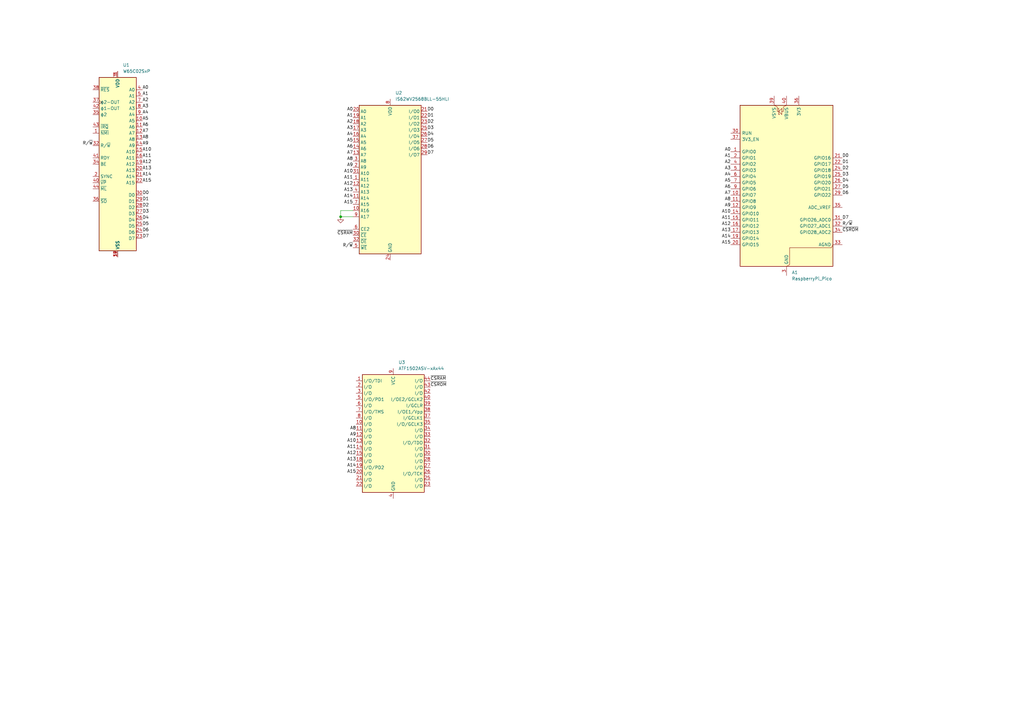
<source format=kicad_sch>
(kicad_sch (version 20250114) (generator "eeschema") (generator_version "9.0")
  (paper "A3")
  (lib_symbols
    (symbol "CPLD_Microchip:ATF1502ASV-xAx44"
      (property "Reference" "U" (at -12.7 24.13 0))
      (property "Value" "ATF1502ASV-xAx44" (at 12.7 24.13 0))
      (symbol "ATF1502ASV-xAx44_0_1"
        (rectangle (start -12.7 22.86) (end 12.7 -25.4) (stroke (width 0.254)) (fill (type background)))
      )
      (symbol "ATF1502ASV-xAx44_1_1"
        (pin bidirectional line (at -15.24 20.32 0) (length 2.54) (name "I/O/TDI") (number "1"))
        (pin bidirectional line (at -15.24 17.78 0) (length 2.54) (name "I/O") (number "2"))
        (pin bidirectional line (at -15.24 15.24 0) (length 2.54) (name "I/O") (number "3"))
        (pin bidirectional line (at -15.24 12.7 0) (length 2.54) (name "I/O/PD1") (number "5"))
        (pin bidirectional line (at -15.24 10.16 0) (length 2.54) (name "I/O") (number "6"))
        (pin bidirectional line (at -15.24 7.62 0) (length 2.54) (name "I/O/TMS") (number "7"))
        (pin bidirectional line (at -15.24 5.08 0) (length 2.54) (name "I/O") (number "8"))
        (pin bidirectional line (at -15.24 2.54 0) (length 2.54) (name "I/O") (number "10"))
        (pin bidirectional line (at -15.24 0 0) (length 2.54) (name "I/O") (number "11"))
        (pin bidirectional line (at -15.24 -2.54 0) (length 2.54) (name "I/O") (number "12"))
        (pin bidirectional line (at -15.24 -5.08 0) (length 2.54) (name "I/O") (number "13"))
        (pin bidirectional line (at -15.24 -7.62 0) (length 2.54) (name "I/O") (number "14"))
        (pin bidirectional line (at -15.24 -10.16 0) (length 2.54) (name "I/O") (number "15"))
        (pin bidirectional line (at -15.24 -12.7 0) (length 2.54) (name "I/O") (number "18"))
        (pin bidirectional line (at -15.24 -15.24 0) (length 2.54) (name "I/O/PD2") (number "19"))
        (pin bidirectional line (at -15.24 -17.78 0) (length 2.54) (name "I/O") (number "20"))
        (pin bidirectional line (at -15.24 -20.32 0) (length 2.54) (name "I/O") (number "21"))
        (pin bidirectional line (at -15.24 -22.86 0) (length 2.54) (name "I/O") (number "22"))
        (pin passive line (at 0 25.4 270) (length 2.54) (hide yes) (name "VCC") (number "17"))
        (pin passive line (at 0 25.4 270) (length 2.54) (hide yes) (name "VCC") (number "29"))
        (pin passive line (at 0 25.4 270) (length 2.54) (hide yes) (name "VCC") (number "41"))
        (pin power_in line (at 0 25.4 270) (length 2.54) (name "VCC") (number "9"))
        (pin passive line (at 0 -27.94 90) (length 2.54) (hide yes) (name "GND") (number "16"))
        (pin passive line (at 0 -27.94 90) (length 2.54) (hide yes) (name "GND") (number "24"))
        (pin passive line (at 0 -27.94 90) (length 2.54) (hide yes) (name "GND") (number "36"))
        (pin power_in line (at 0 -27.94 90) (length 2.54) (name "GND") (number "4"))
        (pin bidirectional line (at 15.24 20.32 180) (length 2.54) (name "I/O") (number "44"))
        (pin bidirectional line (at 15.24 17.78 180) (length 2.54) (name "I/O") (number "43"))
        (pin bidirectional line (at 15.24 15.24 180) (length 2.54) (name "I/O") (number "42"))
        (pin input line (at 15.24 12.7 180) (length 2.54) (name "I/OE2/GCLK2") (number "40"))
        (pin input line (at 15.24 10.16 180) (length 2.54) (name "I/GCLR") (number "39"))
        (pin input line (at 15.24 7.62 180) (length 2.54) (name "I/OE1/Vpp") (number "38"))
        (pin input line (at 15.24 5.08 180) (length 2.54) (name "I/GCLK1") (number "37"))
        (pin bidirectional line (at 15.24 2.54 180) (length 2.54) (name "I/O/GCLK3") (number "35"))
        (pin bidirectional line (at 15.24 0 180) (length 2.54) (name "I/O") (number "34"))
        (pin bidirectional line (at 15.24 -2.54 180) (length 2.54) (name "I/O") (number "33"))
        (pin bidirectional line (at 15.24 -5.08 180) (length 2.54) (name "I/O/TDO") (number "32"))
        (pin bidirectional line (at 15.24 -7.62 180) (length 2.54) (name "I/O") (number "31"))
        (pin bidirectional line (at 15.24 -10.16 180) (length 2.54) (name "I/O") (number "30"))
        (pin bidirectional line (at 15.24 -12.7 180) (length 2.54) (name "I/O") (number "28"))
        (pin bidirectional line (at 15.24 -15.24 180) (length 2.54) (name "I/O") (number "27"))
        (pin bidirectional line (at 15.24 -17.78 180) (length 2.54) (name "I/O/TCK") (number "26"))
        (pin bidirectional line (at 15.24 -20.32 180) (length 2.54) (name "I/O") (number "25"))
        (pin bidirectional line (at 15.24 -22.86 180) (length 2.54) (name "I/O") (number "23"))
      )
    )
    (symbol "Griffin-CPU:W65C02S-TQFP"
      (property "Reference" "U1" (at 2.1941 40.64 0))
      (property "Value" "W65C02S-TQFP" (at 2.1941 38.1 0))
      (symbol "W65C02S-TQFP_0_1"
        (rectangle (start -7.62 35.56) (end 7.62 -35.56) (stroke (width 0.254)) (fill (type background)))
      )
      (symbol "W65C02S-TQFP_1_0"
        (pin no_connect line (at -7.62 -27.94 0) (length 2.54) (hide yes) (name "NC") (number "6"))
        (pin power_in line (at 0 38.1 270) (length 2.54) (name "VDD") (number "31"))
        (pin power_in line (at 0 -38.1 90) (length 2.54) (name "VSS") (number "18"))
        (pin power_in line (at 0 -38.1 90) (length 2.54) (name "VSS") (number "39"))
      )
      (symbol "W65C02S-TQFP_1_1"
        (pin input line (at -10.16 30.48 0) (length 2.54) (name "~{RES}") (number "38"))
        (pin output clock (at -10.16 25.4 0) (length 2.54) (name "ϕ2-OUT") (number "37"))
        (pin output line (at -10.16 22.86 0) (length 2.54) (name "ϕ1-OUT") (number "42"))
        (pin input line (at -10.16 20.32 0) (length 2.54) (name "ϕ2") (number "35"))
        (pin input line (at -10.16 15.24 0) (length 2.54) (name "~{IRQ}") (number "43"))
        (pin input line (at -10.16 12.7 0) (length 2.54) (name "~{NMI}") (number "1"))
        (pin tri_state line (at -10.16 7.62 0) (length 2.54) (name "R/~{W}") (number "32"))
        (pin open_collector line (at -10.16 2.54 0) (length 2.54) (name "RDY") (number "41"))
        (pin input line (at -10.16 0 0) (length 2.54) (name "BE") (number "34"))
        (pin output line (at -10.16 -5.08 0) (length 2.54) (name "SYNC") (number "2"))
        (pin output line (at -10.16 -7.62 0) (length 2.54) (name "~{VP}") (number "40"))
        (pin output line (at -10.16 -10.16 0) (length 2.54) (name "~{ML}") (number "44"))
        (pin input line (at -10.16 -15.24 0) (length 2.54) (name "~{SO}") (number "36"))
        (pin no_connect non_logic (at -7.62 -30.48 0) (length 2.54) (hide yes) (name "NC") (number "33"))
        (pin power_in line (at 0 38.1 270) (length 2.54) (name "VDD") (number "3"))
        (pin power_in line (at 0 -38.1 90) (length 2.54) (name "VSS") (number "17"))
        (pin tri_state line (at 10.16 30.48 180) (length 2.54) (name "A0") (number "4"))
        (pin tri_state line (at 10.16 27.94 180) (length 2.54) (name "A1") (number "5"))
        (pin tri_state line (at 10.16 25.4 180) (length 2.54) (name "A2") (number "7"))
        (pin tri_state line (at 10.16 22.86 180) (length 2.54) (name "A3") (number "8"))
        (pin tri_state line (at 10.16 20.32 180) (length 2.54) (name "A4") (number "9"))
        (pin tri_state line (at 10.16 17.78 180) (length 2.54) (name "A5") (number "10"))
        (pin tri_state line (at 10.16 15.24 180) (length 2.54) (name "A6") (number "11"))
        (pin tri_state line (at 10.16 12.7 180) (length 2.54) (name "A7") (number "12"))
        (pin tri_state line (at 10.16 10.16 180) (length 2.54) (name "A8") (number "13"))
        (pin tri_state line (at 10.16 7.62 180) (length 2.54) (name "A9") (number "14"))
        (pin tri_state line (at 10.16 5.08 180) (length 2.54) (name "A10") (number "15"))
        (pin tri_state line (at 10.16 2.54 180) (length 2.54) (name "A11") (number "16"))
        (pin tri_state line (at 10.16 0 180) (length 2.54) (name "A12") (number "19"))
        (pin tri_state line (at 10.16 -2.54 180) (length 2.54) (name "A13") (number "20"))
        (pin tri_state line (at 10.16 -5.08 180) (length 2.54) (name "A14") (number "21"))
        (pin tri_state line (at 10.16 -7.62 180) (length 2.54) (name "A15") (number "22"))
        (pin bidirectional line (at 10.16 -12.7 180) (length 2.54) (name "D0") (number "30"))
        (pin bidirectional line (at 10.16 -15.24 180) (length 2.54) (name "D1") (number "29"))
        (pin bidirectional line (at 10.16 -17.78 180) (length 2.54) (name "D2") (number "28"))
        (pin bidirectional line (at 10.16 -20.32 180) (length 2.54) (name "D3") (number "27"))
        (pin bidirectional line (at 10.16 -22.86 180) (length 2.54) (name "D4") (number "26"))
        (pin bidirectional line (at 10.16 -25.4 180) (length 2.54) (name "D5") (number "25"))
        (pin bidirectional line (at 10.16 -27.94 180) (length 2.54) (name "D6") (number "24"))
        (pin bidirectional line (at 10.16 -30.48 180) (length 2.54) (name "D7") (number "23"))
      )
    )
    (symbol "MCU_Module:RaspberryPi_Pico" (pin_names (offset 0.762))
      (property "Reference" "A" (at -19.05 35.56 0))
      (property "Value" "RaspberryPi_Pico" (at 7.62 35.56 0))
      (symbol "RaspberryPi_Pico_0_1"
        (rectangle (start -19.05 34.29) (end 19.05 -31.75) (stroke (width 0.254)) (fill (type background)))
        (polyline (pts (xy -5.08 34.29) (xy -3.81 33.655) (xy -3.81 31.75) (xy -3.175 31.75)))
        (polyline (pts (xy -3.429 32.766) (xy -3.429 33.02) (xy -3.175 33.02) (xy -3.175 30.48) (xy -2.921 30.48) (xy -2.921 30.734)))
        (polyline (pts (xy -3.175 31.75) (xy -1.905 33.02) (xy -1.905 30.48) (xy -3.175 31.75)))
        (polyline (pts (xy 0 34.29) (xy -1.27 33.655) (xy -1.27 31.75) (xy -1.905 31.75)))
        (polyline (pts (xy 0 -31.75) (xy 1.27 -31.115) (xy 1.27 -24.13) (xy 18.415 -24.13) (xy 19.05 -22.86)))
      )
      (symbol "RaspberryPi_Pico_1_1"
        (pin passive line (at -22.86 22.86 0) (length 3.81) (name "RUN") (number "30"))
        (pin passive line (at -22.86 20.32 0) (length 3.81) (name "3V3_EN") (number "37"))
        (pin bidirectional line (at -22.86 15.24 0) (length 3.81) (name "GPIO0") (number "1"))
        (pin bidirectional line (at -22.86 12.7 0) (length 3.81) (name "GPIO1") (number "2"))
        (pin bidirectional line (at -22.86 10.16 0) (length 3.81) (name "GPIO2") (number "4"))
        (pin bidirectional line (at -22.86 7.62 0) (length 3.81) (name "GPIO3") (number "5"))
        (pin bidirectional line (at -22.86 5.08 0) (length 3.81) (name "GPIO4") (number "6"))
        (pin bidirectional line (at -22.86 2.54 0) (length 3.81) (name "GPIO5") (number "7"))
        (pin bidirectional line (at -22.86 0 0) (length 3.81) (name "GPIO6") (number "9"))
        (pin bidirectional line (at -22.86 -2.54 0) (length 3.81) (name "GPIO7") (number "10"))
        (pin bidirectional line (at -22.86 -5.08 0) (length 3.81) (name "GPIO8") (number "11"))
        (pin bidirectional line (at -22.86 -7.62 0) (length 3.81) (name "GPIO9") (number "12"))
        (pin bidirectional line (at -22.86 -10.16 0) (length 3.81) (name "GPIO10") (number "14"))
        (pin bidirectional line (at -22.86 -12.7 0) (length 3.81) (name "GPIO11") (number "15"))
        (pin bidirectional line (at -22.86 -15.24 0) (length 3.81) (name "GPIO12") (number "16"))
        (pin bidirectional line (at -22.86 -17.78 0) (length 3.81) (name "GPIO13") (number "17"))
        (pin bidirectional line (at -22.86 -20.32 0) (length 3.81) (name "GPIO14") (number "19"))
        (pin bidirectional line (at -22.86 -22.86 0) (length 3.81) (name "GPIO15") (number "20"))
        (pin power_in line (at -5.08 38.1 270) (length 3.81) (name "VSYS") (number "39"))
        (pin power_out line (at 0 38.1 270) (length 3.81) (name "VBUS") (number "40"))
        (pin passive line (at 0 -35.56 90) (length 3.81) (hide yes) (name "GND") (number "13"))
        (pin passive line (at 0 -35.56 90) (length 3.81) (hide yes) (name "GND") (number "18"))
        (pin passive line (at 0 -35.56 90) (length 3.81) (hide yes) (name "GND") (number "23"))
        (pin passive line (at 0 -35.56 90) (length 3.81) (hide yes) (name "GND") (number "28"))
        (pin power_out line (at 0 -35.56 90) (length 3.81) (name "GND") (number "3"))
        (pin passive line (at 0 -35.56 90) (length 3.81) (hide yes) (name "GND") (number "38"))
        (pin passive line (at 0 -35.56 90) (length 3.81) (hide yes) (name "GND") (number "8"))
        (pin power_out line (at 5.08 38.1 270) (length 3.81) (name "3V3") (number "36"))
        (pin bidirectional line (at 22.86 12.7 180) (length 3.81) (name "GPIO16") (number "21"))
        (pin bidirectional line (at 22.86 10.16 180) (length 3.81) (name "GPIO17") (number "22"))
        (pin bidirectional line (at 22.86 7.62 180) (length 3.81) (name "GPIO18") (number "24"))
        (pin bidirectional line (at 22.86 5.08 180) (length 3.81) (name "GPIO19") (number "25"))
        (pin bidirectional line (at 22.86 2.54 180) (length 3.81) (name "GPIO20") (number "26"))
        (pin bidirectional line (at 22.86 0 180) (length 3.81) (name "GPIO21") (number "27"))
        (pin bidirectional line (at 22.86 -2.54 180) (length 3.81) (name "GPIO22") (number "29"))
        (pin power_in line (at 22.86 -7.62 180) (length 3.81) (name "ADC_VREF") (number "35"))
        (pin bidirectional line (at 22.86 -12.7 180) (length 3.81) (name "GPIO26_ADC0") (number "31"))
        (pin bidirectional line (at 22.86 -15.24 180) (length 3.81) (name "GPIO27_ADC1") (number "32"))
        (pin bidirectional line (at 22.86 -17.78 180) (length 3.81) (name "GPIO28_ADC2") (number "34"))
        (pin power_out line (at 22.86 -22.86 180) (length 3.81) (name "AGND") (number "33"))
      )
    )
    (symbol "Retro6502:IS62WV2568BLL-55HLI"
      (property "Reference" "U" (at -10.16 31.75 0))
      (property "Value" "IS62WV2568BLL-55HLI" (at 12.7 31.75 0))
      (symbol "IS62WV2568BLL-55HLI_0_1"
        (rectangle (start -12.7 30.48) (end 12.7 -30.48) (stroke (width 0.254)) (fill (type background)))
      )
      (symbol "IS62WV2568BLL-55HLI_1_1"
        (pin input line (at -15.24 27.94 0) (length 2.54) (name "A0") (number "20"))
        (pin input line (at -15.24 25.4 0) (length 2.54) (name "A1") (number "19"))
        (pin input line (at -15.24 22.86 0) (length 2.54) (name "A2") (number "18"))
        (pin input line (at -15.24 20.32 0) (length 2.54) (name "A3") (number "17"))
        (pin input line (at -15.24 17.78 0) (length 2.54) (name "A4") (number "16"))
        (pin input line (at -15.24 15.24 0) (length 2.54) (name "A5") (number "15"))
        (pin input line (at -15.24 12.7 0) (length 2.54) (name "A6") (number "14"))
        (pin input line (at -15.24 10.16 0) (length 2.54) (name "A7") (number "13"))
        (pin input line (at -15.24 7.62 0) (length 2.54) (name "A8") (number "3"))
        (pin input line (at -15.24 5.08 0) (length 2.54) (name "A9") (number "2"))
        (pin input line (at -15.24 2.54 0) (length 2.54) (name "A10") (number "31"))
        (pin input line (at -15.24 0 0) (length 2.54) (name "A11") (number "1"))
        (pin input line (at -15.24 -2.54 0) (length 2.54) (name "A12") (number "12"))
        (pin input line (at -15.24 -5.08 0) (length 2.54) (name "A13") (number "4"))
        (pin input line (at -15.24 -7.62 0) (length 2.54) (name "A14") (number "11"))
        (pin input line (at -15.24 -10.16 0) (length 2.54) (name "A15") (number "7"))
        (pin input line (at -15.24 -12.7 0) (length 2.54) (name "A16") (number "10"))
        (pin input line (at -15.24 -15.24 0) (length 2.54) (name "A17") (number "9"))
        (pin input line (at -15.24 -20.32 0) (length 2.54) (name "CE2") (number "6"))
        (pin input line (at -15.24 -22.86 0) (length 2.54) (name "~{CE}") (number "30"))
        (pin input line (at -15.24 -25.4 0) (length 2.54) (name "~{OE}") (number "32"))
        (pin input line (at -15.24 -27.94 0) (length 2.54) (name "~{WE}") (number "5"))
        (pin power_in line (at 0 33.02 270) (length 2.54) (name "VDD") (number "8"))
        (pin power_in line (at 0 -33.02 90) (length 2.54) (name "GND") (number "24"))
        (pin bidirectional line (at 15.24 27.94 180) (length 2.54) (name "I/O0") (number "21"))
        (pin bidirectional line (at 15.24 25.4 180) (length 2.54) (name "I/O1") (number "22"))
        (pin bidirectional line (at 15.24 22.86 180) (length 2.54) (name "I/O2") (number "23"))
        (pin bidirectional line (at 15.24 20.32 180) (length 2.54) (name "I/O3") (number "25"))
        (pin bidirectional line (at 15.24 17.78 180) (length 2.54) (name "I/O4") (number "26"))
        (pin bidirectional line (at 15.24 15.24 180) (length 2.54) (name "I/O5") (number "27"))
        (pin bidirectional line (at 15.24 12.7 180) (length 2.54) (name "I/O6") (number "28"))
        (pin bidirectional line (at 15.24 10.16 180) (length 2.54) (name "I/O7") (number "29"))
      )
    )
    (symbol "power:GND" (power) (pin_numbers (hide yes)) (pin_names (offset 0) (hide yes))
      (property "Value" "GND" (at 0 -3.81 0))
      (symbol "GND_0_1"
        (polyline (pts (xy 0 0) (xy 0 -1.27) (xy 1.27 -1.27) (xy 0 -2.54) (xy -1.27 -1.27) (xy 0 -1.27)))
      )
      (symbol "GND_1_1"
        (pin power_in line (at 0 0 270) (length 0) (name "~") (number "1"))
      )
    )
  )
  (junction (at 139.7 88.9))
  (wire (pts (xy 139.7 88.9) (xy 144.78 88.9)))
  (wire (pts (xy 139.7 86.36) (xy 139.7 88.9)))
  (wire (pts (xy 144.78 86.36) (xy 139.7 86.36)))
  (label "D0" (at 345.44 64.77 0))
  (label "D6" (at 345.44 80.01 0))
  (label "A13" (at 144.78 78.74 180))
  (label "A1" (at 58.42 39.37 0))
  (label "~{CSROM}" (at 176.53 158.75 0))
  (label "D3" (at 58.42 87.63 0))
  (label "A14" (at 58.42 72.39 0))
  (label "A13" (at 58.42 69.85 0))
  (label "A2" (at 144.78 50.8 180))
  (label "A12" (at 144.78 76.2 180))
  (label "A12" (at 299.72 92.71 180))
  (label "D4" (at 58.42 90.17 0))
  (label "A10" (at 146.05 181.61 180))
  (label "D4" (at 175.26 55.88 0))
  (label "A7" (at 299.72 80.01 180))
  (label "A2" (at 58.42 41.91 0))
  (label "A6" (at 144.78 60.96 180))
  (label "D2" (at 345.44 69.85 0))
  (label "R{slash}~{W}" (at 345.44 92.71 0))
  (label "A6" (at 58.42 52.07 0))
  (label "A1" (at 144.78 48.26 180))
  (label "D0" (at 175.26 45.72 0))
  (label "D7" (at 58.42 97.79 0))
  (label "A15" (at 146.05 194.31 180))
  (label "A15" (at 144.78 83.82 180))
  (label "R{slash}~{W}" (at 144.78 101.6 180))
  (label "D1" (at 345.44 67.31 0))
  (label "A9" (at 299.72 85.09 180))
  (label "A11" (at 146.05 184.15 180))
  (label "A14" (at 299.72 97.79 180))
  (label "A9" (at 146.05 179.07 180))
  (label "A13" (at 299.72 95.25 180))
  (label "A8" (at 144.78 66.04 180))
  (label "A6" (at 299.72 77.47 180))
  (label "A11" (at 144.78 73.66 180))
  (label "A15" (at 58.42 74.93 0))
  (label "A11" (at 58.42 64.77 0))
  (label "D6" (at 58.42 95.25 0))
  (label "A2" (at 299.72 67.31 180))
  (label "A8" (at 58.42 57.15 0))
  (label "A10" (at 299.72 87.63 180))
  (label "A3" (at 58.42 44.45 0))
  (label "A0" (at 299.72 62.23 180))
  (label "D5" (at 58.42 92.71 0))
  (label "D1" (at 175.26 48.26 0))
  (label "A10" (at 58.42 62.23 0))
  (label "~{CSRAM}" (at 176.53 156.21 0))
  (label "A14" (at 144.78 81.28 180))
  (label "D4" (at 345.44 74.93 0))
  (label "A5" (at 144.78 58.42 180))
  (label "D7" (at 345.44 90.17 0))
  (label "A8" (at 299.72 82.55 180))
  (label "D3" (at 345.44 72.39 0))
  (label "D7" (at 175.26 63.5 0))
  (label "A3" (at 144.78 53.34 180))
  (label "D3" (at 175.26 53.34 0))
  (label "A7" (at 58.42 54.61 0))
  (label "A11" (at 299.72 90.17 180))
  (label "A15" (at 299.72 100.33 180))
  (label "A8" (at 146.05 176.53 180))
  (label "A9" (at 144.78 68.58 180))
  (label "D1" (at 58.42 82.55 0))
  (label "A5" (at 299.72 74.93 180))
  (label "A12" (at 58.42 67.31 0))
  (label "A4" (at 144.78 55.88 180))
  (label "D5" (at 345.44 77.47 0))
  (label "A4" (at 299.72 72.39 180))
  (label "D6" (at 175.26 60.96 0))
  (label "A9" (at 58.42 59.69 0))
  (label "A10" (at 144.78 71.12 180))
  (label "A5" (at 58.42 49.53 0))
  (label "A12" (at 146.05 186.69 180))
  (label "R{slash}~{W}" (at 38.1 59.69 180))
  (label "D5" (at 175.26 58.42 0))
  (label "D0" (at 58.42 80.01 0))
  (label "~{CSRAM}" (at 144.78 96.52 180))
  (label "D2" (at 58.42 85.09 0))
  (label "A0" (at 58.42 36.83 0))
  (label "A1" (at 299.72 64.77 180))
  (label "A0" (at 144.78 45.72 180))
  (label "A14" (at 146.05 191.77 180))
  (label "~{CSROM}" (at 345.44 95.25 0))
  (label "A3" (at 299.72 69.85 180))
  (label "A7" (at 144.78 63.5 180))
  (label "D2" (at 175.26 50.8 0))
  (label "A4" (at 58.42 46.99 0))
  (label "A13" (at 146.05 189.23 180))
  (symbol (lib_id "MCU_Module:RaspberryPi_Pico") (at 322.58 77.47 0) (unit 1)
    (property "Reference" "A1" (at 324.7233 111.76 0) (effects (justify left)))
    (property "Value" "RaspberryPi_Pico" (at 324.7233 114.3 0) (effects (justify left)))
    (property "Footprint" "Module:RaspberryPi_Pico_Common_Unspecified" (effects (hide yes)))
    (property "Datasheet" "https://datasheets.raspberrypi.com/pico/pico-datasheet.pdf" (effects (hide yes)))
    (property "Description" "Versatile and inexpensive microcontroller module powered by RP2040 dual-core Arm Cortex-M0+ processor up to 133 MHz, 264kB SRAM, 2MB QSPI flash; also supports Raspberry Pi Pico 2" (effects (hide yes)))
  )
  (symbol (lib_id "Retro6502:IS62WV2568BLL-55HLI") (at 160.02 73.66 0) (unit 1)
    (property "Reference" "U2" (at 162.1633 38.1 0) (effects (justify left)))
    (property "Value" "IS62WV2568BLL-55HLI" (at 162.1633 40.64 0) (effects (justify left)))
    (property "Footprint" "Package_SO:TSOP-I-32_11.8x8mm_P0.5mm" (effects (hide yes)))
    (property "Datasheet" "http://www.issi.com/WW/pdf/61-64C5128AL.pdf" (effects (hide yes)))
    (property "Description" "512K x 8 HIGH-SPEED CMOS STATIC RAM, 25ns, sTSOP I-32" (effects (hide yes)))
  )
  (symbol (lib_id "Griffin-CPU:W65C02S-TQFP") (at 48.26 67.31 0) (unit 1)
    (property "Reference" "U1" (at 50.4033 26.67 0) (effects (justify left)))
    (property "Value" "W65C02SxP" (at 50.4033 29.21 0) (effects (justify left)))
    (property "Footprint" "Package_QFP:TQFP-44_10x10mm_P0.8mm" (effects (hide yes)))
    (property "Datasheet" "http://www.westerndesigncenter.com/wdc/documentation/w65c02s.pdf" (effects (hide yes)))
    (property "Mouser" "955-W65C02S6TQG-14" (effects (hide yes)))
  )
  (symbol (lib_id "power:GND") (at 139.7 88.9 0) (unit 1)
    (property "Reference" "#PWR01" (effects (hide yes)))
    (property "Value" "GND" (effects (hide yes)))
    (property "Description" "Power symbol creates a global label with name \"GND\" , ground" (effects (hide yes)))
  )
  (symbol (lib_id "CPLD_Microchip:ATF1502ASV-xAx44") (at 161.29 176.53 0) (unit 1)
    (property "Reference" "U3" (at 163.4333 148.59 0) (effects (justify left)))
    (property "Value" "ATF1502ASV-xAx44" (at 163.4333 151.13 0) (effects (justify left)))
    (property "Footprint" "Package_QFP:TQFP-44_10x10mm_P0.8mm" (effects (hide yes)))
    (property "Datasheet" "http://ww1.microchip.com/downloads/en/DeviceDoc/doc1615.pdf" (effects (hide yes)))
    (property "Description" "Microchip CPLD, 32 Macrocell, 3.3 V, TQFP-44" (effects (hide yes)))
  )
)
</source>
